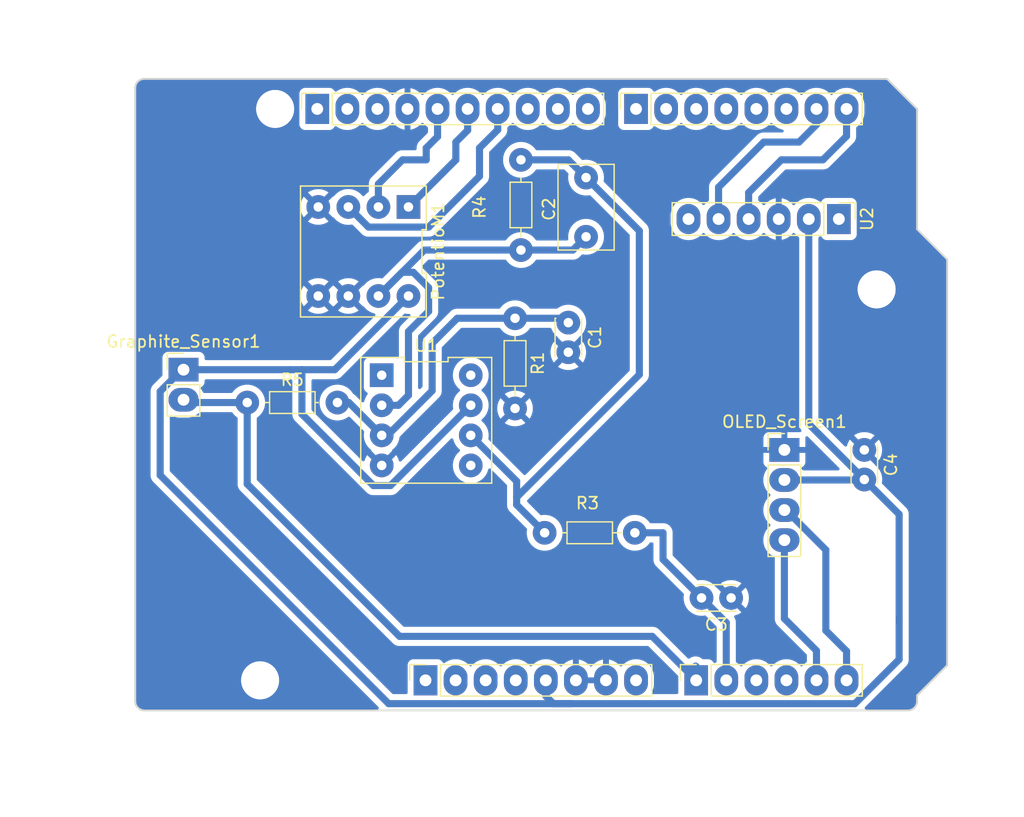
<source format=kicad_pcb>
(kicad_pcb (version 20241229) (generator "pcbnew") (generator_version "9.0")
  (title_block (date "mar. 31 mars 2015"))
  (layers (0 "F.Cu" signal) (2 "B.Cu" signal) (13 "F.Paste" user) (15 "B.Paste" user) (5 "F.SilkS" user "F.Silkscreen") (7 "B.SilkS" user "B.Silkscreen") (1 "F.Mask" user) (3 "B.Mask" user) (25 "Edge.Cuts" user))
  (net 0 "")
  (net 1 "GND")
  (net 3 "+5V")
  (net 4 "/IOREF")
  (net 5 "Net-(U1-+)")
  (net 6 "R2")
  (net 7 "/A2")
  (net 8 "/A3")
  (net 9 "Flex_Out")
  (net 10 "BluetoothInput")
  (net 11 "SCL")
  (net 12 "D11")
  (net 13 "/AREF")
  (net 14 "/8")
  (net 15 "/7")
  (net 16 "D13")
  (net 17 "BluetoothOutput")
  (net 18 "SDA")
  (net 19 "/4")
  (net 20 "/2")
  (net 21 "/*6")
  (net 22 "/*5")
  (net 23 "D12")
  (net 24 "/*3")
  (net 25 "+3V3")
  (net 26 "VCC")
  (net 27 "/~{RESET}")
  (net 28 "Net-(C2-Pad2)")
  (net 29 "AmpliOut")
  (net 30 "/*9")
  (net 36 "/*10")
  (footprint "Connector_PinSocket_2.54mm:PinSocket_1x08_P2.54mm_Vertical" (layer "F.Cu") (at 127.94 97.46 90)
    (property "Reference" "J1" (hide yes))
    (property "Value" "Power")
    (fp_line (start 1.33 -1.33) (end 1.33 0) (stroke (width 0.12)) (layer "F.SilkS"))
    (fp_line (start 0 -1.33) (end 1.33 -1.33) (stroke (width 0.12)) (layer "F.SilkS"))
    (fp_line (start 1.33 1.27) (end 1.33 19.11) (stroke (width 0.12)) (layer "F.SilkS"))
    (fp_line (start -1.33 1.27) (end 1.33 1.27) (stroke (width 0.12)) (layer "F.SilkS"))
    (fp_line (start -1.33 1.27) (end -1.33 19.11) (stroke (width 0.12)) (layer "F.SilkS"))
    (fp_line (start -1.33 19.11) (end 1.33 19.11) (stroke (width 0.12)) (layer "F.SilkS"))
    (pad "1" thru_hole rect (at 0 0 90) (size 2.54 2) (drill 1) (layers "*.Cu" "*.Mask"))
    (pad "2" thru_hole oval (at 0 2.54 90) (size 2.54 2) (drill 1) (layers "*.Cu" "*.Mask") (net 4 "/IOREF"))
    (pad "3" thru_hole oval (at 0 5.08 90) (size 2.54 2) (drill 1) (layers "*.Cu" "*.Mask") (net 27 "/~{RESET}"))
    (pad "4" thru_hole oval (at 0 7.62 90) (size 2.54 2) (drill 1) (layers "*.Cu" "*.Mask") (net 25 "+3V3"))
    (pad "5" thru_hole oval (at 0 10.16 90) (size 2.54 2) (drill 1) (layers "*.Cu" "*.Mask") (net 3 "+5V"))
    (pad "6" thru_hole oval (at 0 12.7 90) (size 2.54 2) (drill 1) (layers "*.Cu" "*.Mask") (net 1 "GND"))
    (pad "7" thru_hole oval (at 0 15.24 90) (size 2.54 2) (drill 1) (layers "*.Cu" "*.Mask") (net 1 "GND"))
    (pad "8" thru_hole oval (at 0 17.78 90) (size 2.54 2) (drill 1) (layers "*.Cu" "*.Mask") (net 26 "VCC"))
  )
  (footprint "Connector_PinSocket_2.54mm:PinSocket_1x06_P2.54mm_Vertical" (layer "F.Cu") (at 150.8 97.46 90)
    (property "Reference" "J3" (hide yes))
    (property "Value" "Analog")
    (fp_line (start 1.33 -1.33) (end 1.33 0) (stroke (width 0.12)) (layer "F.SilkS"))
    (fp_line (start 0 -1.33) (end 1.33 -1.33) (stroke (width 0.12)) (layer "F.SilkS"))
    (fp_line (start 1.33 1.27) (end 1.33 14.03) (stroke (width 0.12)) (layer "F.SilkS"))
    (fp_line (start -1.33 1.27) (end 1.33 1.27) (stroke (width 0.12)) (layer "F.SilkS"))
    (fp_line (start -1.33 1.27) (end -1.33 14.03) (stroke (width 0.12)) (layer "F.SilkS"))
    (fp_line (start -1.33 14.03) (end 1.33 14.03) (stroke (width 0.12)) (layer "F.SilkS"))
    (pad "1" thru_hole rect (at 0 0 90) (size 2.54 2) (drill 1) (layers "*.Cu" "*.Mask") (net 9 "Flex_Out"))
    (pad "2" thru_hole oval (at 0 2.54 90) (size 2.54 2) (drill 1) (layers "*.Cu" "*.Mask") (net 29 "AmpliOut"))
    (pad "3" thru_hole oval (at 0 5.08 90) (size 2.54 2) (drill 1) (layers "*.Cu" "*.Mask") (net 7 "/A2"))
    (pad "4" thru_hole oval (at 0 7.62 90) (size 2.54 2) (drill 1) (layers "*.Cu" "*.Mask") (net 8 "/A3"))
    (pad "5" thru_hole oval (at 0 10.16 90) (size 2.54 2) (drill 1) (layers "*.Cu" "*.Mask") (net 18 "SDA"))
    (pad "6" thru_hole oval (at 0 12.7 90) (size 2.54 2) (drill 1) (layers "*.Cu" "*.Mask") (net 11 "SCL"))
  )
  (footprint "Connector_PinSocket_2.54mm:PinSocket_1x10_P2.54mm_Vertical" (layer "F.Cu") (at 118.796 49.2 90)
    (property "Reference" "J2" (hide yes))
    (property "Value" "Digital/PWM")
    (fp_line (start 1.33 -1.33) (end 1.33 0) (stroke (width 0.12)) (layer "F.SilkS"))
    (fp_line (start 0 -1.33) (end 1.33 -1.33) (stroke (width 0.12)) (layer "F.SilkS"))
    (fp_line (start 1.33 1.27) (end 1.33 24.19) (stroke (width 0.12)) (layer "F.SilkS"))
    (fp_line (start -1.33 1.27) (end 1.33 1.27) (stroke (width 0.12)) (layer "F.SilkS"))
    (fp_line (start -1.33 1.27) (end -1.33 24.19) (stroke (width 0.12)) (layer "F.SilkS"))
    (fp_line (start -1.33 24.19) (end 1.33 24.19) (stroke (width 0.12)) (layer "F.SilkS"))
    (pad "1" thru_hole rect (at 0 0 90) (size 2.54 2) (drill 1) (layers "*.Cu" "*.Mask") (net 11 "SCL"))
    (pad "2" thru_hole oval (at 0 2.54 90) (size 2.54 2) (drill 1) (layers "*.Cu" "*.Mask") (net 18 "SDA"))
    (pad "3" thru_hole oval (at 0 5.08 90) (size 2.54 2) (drill 1) (layers "*.Cu" "*.Mask") (net 13 "/AREF"))
    (pad "4" thru_hole oval (at 0 7.62 90) (size 2.54 2) (drill 1) (layers "*.Cu" "*.Mask") (net 1 "GND"))
    (pad "5" thru_hole oval (at 0 10.16 90) (size 2.54 2) (drill 1) (layers "*.Cu" "*.Mask") (net 16 "D13"))
    (pad "6" thru_hole oval (at 0 12.7 90) (size 2.54 2) (drill 1) (layers "*.Cu" "*.Mask") (net 23 "D12"))
    (pad "7" thru_hole oval (at 0 15.24 90) (size 2.54 2) (drill 1) (layers "*.Cu" "*.Mask") (net 12 "D11"))
    (pad "8" thru_hole oval (at 0 17.78 90) (size 2.54 2) (drill 1) (layers "*.Cu" "*.Mask") (net 36 "/*10"))
    (pad "9" thru_hole oval (at 0 20.32 90) (size 2.54 2) (drill 1) (layers "*.Cu" "*.Mask") (net 30 "/*9"))
    (pad "10" thru_hole oval (at 0 22.86 90) (size 2.54 2) (drill 1) (layers "*.Cu" "*.Mask") (net 14 "/8"))
  )
  (footprint "Connector_PinSocket_2.54mm:PinSocket_1x08_P2.54mm_Vertical" (layer "F.Cu") (at 145.72 49.2 90)
    (property "Reference" "J4" (hide yes))
    (property "Value" "Digital/PWM")
    (fp_line (start 1.33 -1.33) (end 1.33 0) (stroke (width 0.12)) (layer "F.SilkS"))
    (fp_line (start 0 -1.33) (end 1.33 -1.33) (stroke (width 0.12)) (layer "F.SilkS"))
    (fp_line (start 1.33 1.27) (end 1.33 19.11) (stroke (width 0.12)) (layer "F.SilkS"))
    (fp_line (start -1.33 1.27) (end 1.33 1.27) (stroke (width 0.12)) (layer "F.SilkS"))
    (fp_line (start -1.33 1.27) (end -1.33 19.11) (stroke (width 0.12)) (layer "F.SilkS"))
    (fp_line (start -1.33 19.11) (end 1.33 19.11) (stroke (width 0.12)) (layer "F.SilkS"))
    (pad "1" thru_hole rect (at 0 0 90) (size 2.54 2) (drill 1) (layers "*.Cu" "*.Mask") (net 15 "/7"))
    (pad "2" thru_hole oval (at 0 2.54 90) (size 2.54 2) (drill 1) (layers "*.Cu" "*.Mask") (net 21 "/*6"))
    (pad "3" thru_hole oval (at 0 5.08 90) (size 2.54 2) (drill 1) (layers "*.Cu" "*.Mask") (net 22 "/*5"))
    (pad "4" thru_hole oval (at 0 7.62 90) (size 2.54 2) (drill 1) (layers "*.Cu" "*.Mask") (net 19 "/4"))
    (pad "5" thru_hole oval (at 0 10.16 90) (size 2.54 2) (drill 1) (layers "*.Cu" "*.Mask") (net 24 "/*3"))
    (pad "6" thru_hole oval (at 0 12.7 90) (size 2.54 2) (drill 1) (layers "*.Cu" "*.Mask") (net 20 "/2"))
    (pad "7" thru_hole oval (at 0 15.24 90) (size 2.54 2) (drill 1) (layers "*.Cu" "*.Mask") (net 10 "BluetoothInput"))
    (pad "8" thru_hole oval (at 0 17.78 90) (size 2.54 2) (drill 1) (layers "*.Cu" "*.Mask") (net 17 "BluetoothOutput"))
  )
  (footprint "Capacitor_THT:C_Disc_D3.0mm_W2.0mm_P2.50mm" (layer "F.Cu") (at 153.75 90.5 180)
    (property "Reference" "C3" (at 1.25 -2.25 0) (layer "F.SilkS"))
    (property "Value" "100n")
    (fp_line (start 2.87 1.055) (end 2.87 1.12) (stroke (width 0.12)) (layer "F.SilkS"))
    (fp_line (start 2.87 -1.12) (end 2.87 -1.055) (stroke (width 0.12)) (layer "F.SilkS"))
    (fp_line (start -0.37 1.12) (end 2.87 1.12) (stroke (width 0.12)) (layer "F.SilkS"))
    (fp_line (start -0.37 1.055) (end -0.37 1.12) (stroke (width 0.12)) (layer "F.SilkS"))
    (fp_line (start -0.37 -1.12) (end 2.87 -1.12) (stroke (width 0.12)) (layer "F.SilkS"))
    (fp_line (start -0.37 -1.12) (end -0.37 -1.055) (stroke (width 0.12)) (layer "F.SilkS"))
    (pad "1" thru_hole circle (at 0 0 180) (size 2 2) (drill 0.8) (layers "*.Cu" "*.Mask") (net 1 "GND"))
    (pad "2" thru_hole circle (at 2.5 0 180) (size 2 2) (drill 0.8) (layers "*.Cu" "*.Mask") (net 29 "AmpliOut"))
  )
  (footprint "Resistor_THT:R_Axial_DIN0204_L3.6mm_D1.6mm_P7.62mm_Horizontal" (layer "F.Cu") (at 135.5 66.88 -90)
    (property "Reference" "R1" (at 3.81 -1.92 90) (layer "F.SilkS"))
    (property "Value" "100k")
    (fp_line (start 1.89 0.92) (end 5.73 0.92) (stroke (width 0.12)) (layer "F.SilkS"))
    (fp_line (start 5.73 0.92) (end 5.73 -0.92) (stroke (width 0.12)) (layer "F.SilkS"))
    (fp_line (start 1.5 0) (end 1.89 0) (stroke (width 0.12)) (layer "F.SilkS"))
    (fp_line (start 6.5 0) (end 5.73 0) (stroke (width 0.12)) (layer "F.SilkS"))
    (fp_line (start 1.89 -0.92) (end 1.89 0.92) (stroke (width 0.12)) (layer "F.SilkS"))
    (fp_line (start 5.73 -0.92) (end 1.89 -0.92) (stroke (width 0.12)) (layer "F.SilkS"))
    (pad "1" thru_hole circle (at 0 0 270) (size 2 2) (drill 0.8) (layers "*.Cu" "*.Mask") (net 5 "Net-(U1-+)"))
    (pad "2" thru_hole circle (at 7.62 0 270) (size 2 2) (drill 0.8) (layers "*.Cu" "*.Mask") (net 1 "GND"))
  )
  (footprint "Capteur4A:Sensor" (layer "F.Cu") (at 107.5 71.225)
    (property "Reference" "Graphite_Sensor1" (at 0 -2.38 0) (layer "F.SilkS"))
    (property "Value" "~")
    (fp_line (start -1.38 -1.38) (end 0 -1.38) (stroke (width 0.12)) (layer "F.SilkS"))
    (fp_line (start -1.38 0) (end -1.38 -1.38) (stroke (width 0.12)) (layer "F.SilkS"))
    (fp_line (start -1.38 1.27) (end -1.38 3.92) (stroke (width 0.12)) (layer "F.SilkS"))
    (fp_line (start -1.38 1.27) (end 1.38 1.27) (stroke (width 0.12)) (layer "F.SilkS"))
    (fp_line (start -1.38 3.92) (end 1.38 3.92) (stroke (width 0.12)) (layer "F.SilkS"))
    (fp_line (start 1.38 1.27) (end 1.38 3.92) (stroke (width 0.12)) (layer "F.SilkS"))
    (pad "1" thru_hole rect (at 0 0) (size 2.54 2) (drill 1) (layers "*.Cu" "*.Mask") (net 3 "+5V"))
    (pad "2" thru_hole oval (at 0 2.54) (size 2.54 2) (drill 1) (layers "*.Cu" "*.Mask") (net 9 "Flex_Out"))
  )
  (footprint "Resistor_THT:R_Axial_DIN0204_L3.6mm_D1.6mm_P7.62mm_Horizontal" (layer "F.Cu") (at 138 85)
    (property "Reference" "R3" (at 3.62 -2.5 0) (layer "F.SilkS"))
    (property "Value" "100k")
    (fp_line (start 1.5 0) (end 1.89 0) (stroke (width 0.12)) (layer "F.SilkS"))
    (fp_line (start 1.89 -0.92) (end 1.89 0.92) (stroke (width 0.12)) (layer "F.SilkS"))
    (fp_line (start 1.89 0.92) (end 5.73 0.92) (stroke (width 0.12)) (layer "F.SilkS"))
    (fp_line (start 5.73 -0.92) (end 1.89 -0.92) (stroke (width 0.12)) (layer "F.SilkS"))
    (fp_line (start 5.73 0.92) (end 5.73 -0.92) (stroke (width 0.12)) (layer "F.SilkS"))
    (fp_line (start 6.5 0) (end 5.73 0) (stroke (width 0.12)) (layer "F.SilkS"))
    (pad "1" thru_hole circle (at 0 0) (size 2 2) (drill 0.8) (layers "*.Cu" "*.Mask") (net 28 "Net-(C2-Pad2)"))
    (pad "2" thru_hole circle (at 7.62 0) (size 2 2) (drill 0.8) (layers "*.Cu" "*.Mask") (net 29 "AmpliOut"))
  )
  (footprint "Capteur4A:HCO5" (layer "F.Cu") (at 162.85 58.5 -90)
    (property "Reference" "U2" (at 0 -2.38 90) (layer "F.SilkS"))
    (property "Value" "HC05")
    (fp_line (start -1.38 14.08) (end 1.38 14.08) (stroke (width 0.12)) (layer "F.SilkS"))
    (fp_line (start -1.38 1.27) (end -1.38 14.08) (stroke (width 0.12)) (layer "F.SilkS"))
    (fp_line (start -1.38 1.27) (end 1.38 1.27) (stroke (width 0.12)) (layer "F.SilkS"))
    (fp_line (start 1.38 1.27) (end 1.38 14.08) (stroke (width 0.12)) (layer "F.SilkS"))
    (fp_line (start -1.38 0) (end -1.38 -1.38) (stroke (width 0.12)) (layer "F.SilkS"))
    (fp_line (start -1.38 -1.38) (end 0 -1.38) (stroke (width 0.12)) (layer "F.SilkS"))
    (pad "EN" thru_hole rect (at 0 0 270) (size 2.54 2) (drill 1) (layers "*.Cu" "*.Mask"))
    (pad "GND" thru_hole oval (at 0 5.08 270) (size 2.54 2) (drill 1) (layers "*.Cu" "*.Mask") (net 1 "GND"))
    (pad "RXD" thru_hole oval (at 0 10.16 270) (size 2.54 2) (drill 1) (layers "*.Cu" "*.Mask") (net 10 "BluetoothInput"))
    (pad "STATE" thru_hole oval (at 0 12.7 270) (size 2.54 2) (drill 1) (layers "*.Cu" "*.Mask"))
    (pad "TXD" thru_hole oval (at 0 7.62 270) (size 2.54 2) (drill 1) (layers "*.Cu" "*.Mask") (net 17 "BluetoothOutput"))
    (pad "VCC" thru_hole oval (at 0 2.54 270) (size 2.54 2) (drill 1) (layers "*.Cu" "*.Mask") (net 3 "+5V"))
  )
  (footprint "Arduino_MountingHole:MountingHole_3.2mm" (layer "F.Cu") (at 115.24 49.2)
    (property "Reference" "MH1" (hide yes))
    (property "Value" "MountingHole_3.2mm" (hide yes))
    (pad "" np_thru_hole circle (at 0 0) (size 3.2 3.2) (drill 3.2) (layers "*.Cu" "*.Mask"))
  )
  (footprint "Capteur4A:MCP41050" (layer "F.Cu") (at 122.69 61.24 180)
    (property "Reference" "PotentioM1" (at -6.31 0 90) (layer "F.SilkS"))
    (property "Value" "MCP41050-I_SN")
    (fp_line (start 5.31 5.53) (end 5.31 -5.53) (stroke (width 0.12)) (layer "F.SilkS"))
    (fp_line (start 5.31 -5.53) (end -5.31 -5.53) (stroke (width 0.12)) (layer "F.SilkS"))
    (fp_line (start -4.95 1.843333) (end -5.31 1.843333) (stroke (width 0.12)) (layer "F.SilkS"))
    (fp_line (start -4.95 -1.843333) (end -4.95 1.843333) (stroke (width 0.12)) (layer "F.SilkS"))
    (fp_line (start -5.31 5.53) (end 5.31 5.53) (stroke (width 0.12)) (layer "F.SilkS"))
    (fp_line (start -5.31 1.843333) (end -5.31 5.53) (stroke (width 0.12)) (layer "F.SilkS"))
    (fp_line (start -5.31 -1.843333) (end -4.95 -1.843333) (stroke (width 0.12)) (layer "F.SilkS"))
    (fp_line (start -5.31 -5.53) (end -5.31 -1.843333) (stroke (width 0.12)) (layer "F.SilkS"))
    (pad "1" thru_hole rect (at -3.81 3.76 180) (size 2 2) (drill 0.8) (layers "*.Cu" "*.Mask") (net 23 "D12"))
    (pad "2" thru_hole circle (at -1.27 3.76 180) (size 2 2) (drill 0.8) (layers "*.Cu" "*.Mask") (net 16 "D13"))
    (pad "3" thru_hole circle (at 1.27 3.76 180) (size 2 2) (drill 0.8) (layers "*.Cu" "*.Mask") (net 12 "D11"))
    (pad "4" thru_hole circle (at 3.81 3.76 180) (size 2 2) (drill 0.8) (layers "*.Cu" "*.Mask") (net 1 "GND"))
    (pad "5" thru_hole circle (at 3.81 -3.76 180) (size 2 2) (drill 0.8) (layers "*.Cu" "*.Mask") (net 1 "GND"))
    (pad "6" thru_hole circle (at 1.27 -3.76 180) (size 2 2) (drill 0.8) (layers "*.Cu" "*.Mask") (net 1 "GND"))
    (pad "7" thru_hole circle (at -1.27 -3.76 180) (size 2 2) (drill 0.8) (layers "*.Cu" "*.Mask") (net 6 "R2"))
    (pad "8" thru_hole circle (at -3.81 -3.76 180) (size 2 2) (drill 0.8) (layers "*.Cu" "*.Mask") (net 3 "+5V"))
  )
  (footprint "Capacitor_THT:C_Rect_L7.0mm_W4.5mm_P5.00mm" (layer "F.Cu") (at 141.5 60 90)
    (property "Reference" "C2" (at 2.333334 -3.14042 90) (layer "F.SilkS"))
    (property "Value" "1µ")
    (fp_line (start 6.12 -2.37) (end 6.12 2.37) (stroke (width 0.12)) (layer "F.SilkS"))
    (fp_line (start -1.12 -2.37) (end 6.12 -2.37) (stroke (width 0.12)) (layer "F.SilkS"))
    (fp_line (start -1.12 -2.37) (end -1.12 2.37) (stroke (width 0.12)) (layer "F.SilkS"))
    (fp_line (start -1.12 2.37) (end 6.12 2.37) (stroke (width 0.12)) (layer "F.SilkS"))
    (pad "1" thru_hole circle (at 0 0 90) (size 2 2) (drill 0.8) (layers "*.Cu" "*.Mask") (net 6 "R2"))
    (pad "2" thru_hole circle (at 5 0 90) (size 2 2) (drill 0.8) (layers "*.Cu" "*.Mask") (net 28 "Net-(C2-Pad2)"))
  )
  (footprint "Capteur4A:LTC1050" (layer "F.Cu") (at 128 75.5 -90)
    (property "Reference" "U1" (at -6.31 0 0) (layer "F.SilkS"))
    (property "Value" "LTC1050")
    (fp_line (start -5.31 5.53) (end 5.31 5.53) (stroke (width 0.12)) (layer "F.SilkS"))
    (fp_line (start 5.31 5.53) (end 5.31 -5.53) (stroke (width 0.12)) (layer "F.SilkS"))
    (fp_line (start -5.31 1.843333) (end -5.31 5.53) (stroke (width 0.12)) (layer "F.SilkS"))
    (fp_line (start -4.95 1.843333) (end -5.31 1.843333) (stroke (width 0.12)) (layer "F.SilkS"))
    (fp_line (start -5.31 -1.843333) (end -4.95 -1.843333) (stroke (width 0.12)) (layer "F.SilkS"))
    (fp_line (start -4.95 -1.843333) (end -4.95 1.843333) (stroke (width 0.12)) (layer "F.SilkS"))
    (fp_line (start -5.31 -5.53) (end -5.31 -1.843333) (stroke (width 0.12)) (layer "F.SilkS"))
    (fp_line (start 5.31 -5.53) (end -5.31 -5.53) (stroke (width 0.12)) (layer "F.SilkS"))
    (pad "1" thru_hole rect (at -3.81 3.76 270) (size 2 2) (drill 0.8) (layers "*.Cu" "*.Mask"))
    (pad "2" thru_hole circle (at -1.27 3.76 270) (size 2 2) (drill 0.8) (layers "*.Cu" "*.Mask") (net 6 "R2"))
    (pad "3" thru_hole circle (at 1.27 3.76 270) (size 2 2) (drill 0.8) (layers "*.Cu" "*.Mask") (net 5 "Net-(U1-+)"))
    (pad "4" thru_hole circle (at 3.81 3.76 270) (size 2 2) (drill 0.8) (layers "*.Cu" "*.Mask") (net 1 "GND"))
    (pad "5" thru_hole circle (at 3.81 -3.76 270) (size 2 2) (drill 0.8) (layers "*.Cu" "*.Mask"))
    (pad "6" thru_hole circle (at 1.27 -3.76 270) (size 2 2) (drill 0.8) (layers "*.Cu" "*.Mask") (net 28 "Net-(C2-Pad2)"))
    (pad "7" thru_hole circle (at -1.27 -3.76 270) (size 2 2) (drill 0.8) (layers "*.Cu" "*.Mask") (net 3 "+5V"))
    (pad "8" thru_hole circle (at -3.81 -3.76 270) (size 2 2) (drill 0.8) (layers "*.Cu" "*.Mask"))
  )
  (footprint "Capacitor_THT:C_Disc_D3.0mm_W2.0mm_P2.50mm" (layer "F.Cu") (at 140 67.25 -90)
    (property "Reference" "C1" (at 1.25 -2.25 90) (layer "F.SilkS"))
    (property "Value" "100n")
    (fp_line (start -0.37 1.12) (end 2.87 1.12) (stroke (width 0.12)) (layer "F.SilkS"))
    (fp_line (start -0.37 1.055) (end -0.37 1.12) (stroke (width 0.12)) (layer "F.SilkS"))
    (fp_line (start 2.87 1.055) (end 2.87 1.12) (stroke (width 0.12)) (layer "F.SilkS"))
    (fp_line (start -0.37 -1.12) (end -0.37 -1.055) (stroke (width 0.12)) (layer "F.SilkS"))
    (fp_line (start -0.37 -1.12) (end 2.87 -1.12) (stroke (width 0.12)) (layer "F.SilkS"))
    (fp_line (start 2.87 -1.12) (end 2.87 -1.055) (stroke (width 0.12)) (layer "F.SilkS"))
    (pad "1" thru_hole circle (at 0 0 270) (size 2 2) (drill 0.8) (layers "*.Cu" "*.Mask") (net 5 "Net-(U1-+)"))
    (pad "2" thru_hole circle (at 2.5 0 270) (size 2 2) (drill 0.8) (layers "*.Cu" "*.Mask") (net 1 "GND"))
  )
  (footprint "Resistor_THT:R_Axial_DIN0204_L3.6mm_D1.6mm_P7.62mm_Horizontal" (layer "F.Cu") (at 136 53.5 -90)
    (property "Reference" "R4" (at 4 3.5 90) (layer "F.SilkS"))
    (property "Value" "100k")
    (fp_line (start 1.89 0.92) (end 5.73 0.92) (stroke (width 0.12)) (layer "F.SilkS"))
    (fp_line (start 5.73 0.92) (end 5.73 -0.92) (stroke (width 0.12)) (layer "F.SilkS"))
    (fp_line (start 1.5 0) (end 1.89 0) (stroke (width 0.12)) (layer "F.SilkS"))
    (fp_line (start 6.5 0) (end 5.73 0) (stroke (width 0.12)) (layer "F.SilkS"))
    (fp_line (start 1.89 -0.92) (end 1.89 0.92) (stroke (width 0.12)) (layer "F.SilkS"))
    (fp_line (start 5.73 -0.92) (end 1.89 -0.92) (stroke (width 0.12)) (layer "F.SilkS"))
    (pad "1" thru_hole circle (at 0 0 270) (size 2 2) (drill 0.8) (layers "*.Cu" "*.Mask") (net 28 "Net-(C2-Pad2)"))
    (pad "2" thru_hole circle (at 7.62 0 270) (size 2 2) (drill 0.8) (layers "*.Cu" "*.Mask") (net 6 "R2"))
  )
  (footprint "Capteur4A:OLED" (layer "F.Cu") (at 158.25 78)
    (property "Reference" "OLED_Screen1" (at 0 -2.38 0) (layer "F.SilkS"))
    (property "Value" "~")
    (fp_line (start -1.38 -1.38) (end 0 -1.38) (stroke (width 0.12)) (layer "F.SilkS"))
    (fp_line (start -1.38 0) (end -1.38 -1.38) (stroke (width 0.12)) (layer "F.SilkS"))
    (fp_line (start -1.38 1.27) (end -1.38 9) (stroke (width 0.12)) (layer "F.SilkS"))
    (fp_line (start -1.38 1.27) (end 1.38 1.27) (stroke (width 0.12)) (layer "F.SilkS"))
    (fp_line (start -1.38 9) (end 1.38 9) (stroke (width 0.12)) (layer "F.SilkS"))
    (fp_line (start 1.38 1.27) (end 1.38 9) (stroke (width 0.12)) (layer "F.SilkS"))
    (pad "1" thru_hole rect (at 0 0) (size 2.54 2) (drill 1) (layers "*.Cu" "*.Mask") (net 1 "GND"))
    (pad "2" thru_hole oval (at 0 2.54) (size 2.54 2) (drill 1) (layers "*.Cu" "*.Mask") (net 3 "+5V"))
    (pad "3" thru_hole oval (at 0 5.08) (size 2.54 2) (drill 1) (layers "*.Cu" "*.Mask") (net 11 "SCL"))
    (pad "4" thru_hole oval (at 0 7.62) (size 2.54 2) (drill 1) (layers "*.Cu" "*.Mask") (net 18 "SDA"))
  )
  (footprint "Resistor_THT:R_Axial_DIN0204_L3.6mm_D1.6mm_P7.62mm_Horizontal" (layer "F.Cu") (at 112.88 74)
    (property "Reference" "R5" (at 3.81 -1.92 0) (layer "F.SilkS"))
    (property "Value" "10k")
    (fp_line (start 1.5 0) (end 1.89 0) (stroke (width 0.12)) (layer "F.SilkS"))
    (fp_line (start 1.89 -0.92) (end 1.89 0.92) (stroke (width 0.12)) (layer "F.SilkS"))
    (fp_line (start 1.89 0.92) (end 5.73 0.92) (stroke (width 0.12)) (layer "F.SilkS"))
    (fp_line (start 5.73 -0.92) (end 1.89 -0.92) (stroke (width 0.12)) (layer "F.SilkS"))
    (fp_line (start 5.73 0.92) (end 5.73 -0.92) (stroke (width 0.12)) (layer "F.SilkS"))
    (fp_line (start 6 0) (end 5.73 0) (stroke (width 0.12)) (layer "F.SilkS"))
    (pad "1" thru_hole circle (at 0 0) (size 2 2) (drill 0.8) (layers "*.Cu" "*.Mask") (net 9 "Flex_Out"))
    (pad "2" thru_hole circle (at 7.62 0) (size 2 2) (drill 0.8) (layers "*.Cu" "*.Mask") (net 5 "Net-(U1-+)"))
  )
  (footprint "Arduino_MountingHole:MountingHole_3.2mm" (layer "F.Cu") (at 113.97 97.46)
    (property "Reference" "MH2" (hide yes))
    (property "Value" "MountingHole_3.2mm" (hide yes))
    (pad "" np_thru_hole circle (at 0 0) (size 3.2 3.2) (drill 3.2) (layers "*.Cu" "*.Mask"))
  )
  (footprint "Arduino_MountingHole:MountingHole_3.2mm" (layer "F.Cu") (at 166.04 64.44)
    (property "Reference" "MH3" (hide yes))
    (property "Value" "MountingHole_3.2mm" (hide yes))
    (pad "" np_thru_hole circle (at 0 0) (size 3.2 3.2) (drill 3.2) (layers "*.Cu" "*.Mask"))
  )
  (footprint "Capacitor_THT:C_Disc_D3.0mm_W2.0mm_P2.50mm" (layer "F.Cu") (at 165 78 -90)
    (property "Reference" "C4" (at 1.25 -2.25 90) (layer "F.SilkS"))
    (property "Value" "100n")
    (fp_line (start -0.37 1.12) (end 2.87 1.12) (stroke (width 0.12)) (layer "F.SilkS"))
    (fp_line (start -0.37 1.055) (end -0.37 1.12) (stroke (width 0.12)) (layer "F.SilkS"))
    (fp_line (start 2.87 1.055) (end 2.87 1.12) (stroke (width 0.12)) (layer "F.SilkS"))
    (fp_line (start -0.37 -1.12) (end -0.37 -1.055) (stroke (width 0.12)) (layer "F.SilkS"))
    (fp_line (start -0.37 -1.12) (end 2.87 -1.12) (stroke (width 0.12)) (layer "F.SilkS"))
    (fp_line (start 2.87 -1.12) (end 2.87 -1.055) (stroke (width 0.12)) (layer "F.SilkS"))
    (pad "1" thru_hole circle (at 0 0 270) (size 2 2) (drill 0.8) (layers "*.Cu" "*.Mask") (net 1 "GND"))
    (pad "2" thru_hole circle (at 2.5 0 270) (size 2 2) (drill 0.8) (layers "*.Cu" "*.Mask") (net 3 "+5V"))
  )
  (footprint "Arduino_MountingHole:MountingHole_3.2mm" (layer "F.Cu") (at 166.04 92.38)
    (property "Reference" "MH4" (hide yes))
    (property "Value" "MountingHole_3.2mm" (hide yes))
    (pad "" np_thru_hole circle (at 0 0) (size 3.2 3.2) (drill 3.2) (layers "*.Cu" "*.Mask"))
  )
  (gr_line (start 169.46 59.36) (end 172 61.9) (stroke (width 0.15)) (layer "Edge.Cuts"))
  (gr_line (start 103.42 99.238) (end 103.42 47.422) (stroke (width 0.15)) (layer "Edge.Cuts"))
  (gr_line (start 172 61.9) (end 172 96.19) (stroke (width 0.15)) (layer "Edge.Cuts"))
  (gr_line (start 168.698 100) (end 104.182 100) (stroke (width 0.15)) (layer "Edge.Cuts"))
  (gr_line (start 104.182 46.66) (end 166.92 46.66) (stroke (width 0.15)) (layer "Edge.Cuts"))
  (gr_arc (start 104.182 100) (mid 103.643185 99.776815) (end 103.42 99.238) (stroke (width 0.15)) (layer "Edge.Cuts"))
  (gr_line (start 172 96.19) (end 169.46 98.73) (stroke (width 0.15)) (layer "Edge.Cuts"))
  (gr_line (start 166.92 46.66) (end 169.46 49.2) (stroke (width 0.15)) (layer "Edge.Cuts"))
  (gr_arc (start 169.46 99.238) (mid 169.236815 99.776815) (end 168.698 100) (stroke (width 0.15)) (layer "Edge.Cuts"))
  (gr_line (start 169.46 49.2) (end 169.46 59.36) (stroke (width 0.15)) (layer "Edge.Cuts"))
  (gr_line (start 169.46 98.73) (end 169.46 99.238) (stroke (width 0.15)) (layer "Edge.Cuts"))
  (gr_arc (start 103.42 47.422) (mid 103.643185 46.883185) (end 104.182 46.66) (stroke (width 0.15)) (layer "Edge.Cuts"))
  (segment (start 105.529 80.136628) (end 124.823372 99.431) (width 0.6) (layer "B.Cu") (net 3))
  (segment (start 167.941 83.441) (end 165 80.5) (width 0.6) (layer "B.Cu") (net 3))
  (segment (start 120.275 71.225) (end 126.5 65) (width 0.6) (layer "B.Cu") (net 3))
  (segment (start 138.741 99.431) (end 140.25 99.431) (width 0.6) (layer "B.Cu") (net 3))
  (segment (start 124.823372 99.431) (end 140.25 99.431) (width 0.6) (layer "B.Cu") (net 3))
  (segment (start 107.5 71.225) (end 107.364423 71.225) (width 0.6) (layer "B.Cu") (net 3))
  (segment (start 160.31 75.81) (end 165 80.5) (width 0.6) (layer "B.Cu") (net 3))
  (segment (start 107.5 71.225) (end 116.5 71.225) (width 0.6) (layer "B.Cu") (net 3))
  (segment (start 140.25 99.431) (end 164.204577 99.431) (width 0.6) (layer "B.Cu") (net 3))
  (segment (start 117.5 71.225) (end 120.275 71.225) (width 0.6) (layer "B.Cu") (net 3))
  (segment (start 138.1 97.46) (end 138.1 98.79) (width 0.6) (layer "B.Cu") (net 3))
  (segment (start 117.5 74.975578) (end 117.5 71.225) (width 0.6) (layer "B.Cu") (net 3))
  (segment (start 116.5 71.225) (end 117.5 71.225) (width 0.6) (layer "B.Cu") (net 3))
  (segment (start 107.364423 71.225) (end 105.529 73.060423) (width 0.6) (layer "B.Cu") (net 3))
  (segment (start 138.1 98.79) (end 138.741 99.431) (width 0.6) (layer "B.Cu") (net 3))
  (segment (start 124.979 81.011) (end 123.535422 81.011) (width 0.6) (layer "B.Cu") (net 3))
  (segment (start 105.529 73.060423) (end 105.529 80.136628) (width 0.6) (layer "B.Cu") (net 3))
  (segment (start 160.31 58.5) (end 160.31 75.81) (width 0.6) (layer "B.Cu") (net 3))
  (segment (start 123.535422 81.011) (end 117.5 74.975578) (width 0.6) (layer "B.Cu") (net 3))
  (segment (start 164.96 80.54) (end 165 80.5) (width 0.6) (layer "B.Cu") (net 3))
  (segment (start 158.25 80.54) (end 164.96 80.54) (width 0.6) (layer "B.Cu") (net 3))
  (segment (start 164.204577 99.431) (end 167.941 95.694577) (width 0.6) (layer "B.Cu") (net 3))
  (segment (start 167.941 95.694577) (end 167.941 83.441) (width 0.6) (layer "B.Cu") (net 3))
  (segment (start 131.76 74.23) (end 124.979 81.011) (width 0.6) (layer "B.Cu") (net 3))
  (segment (start 135.5 66.88) (end 130.62 66.88) (width 0.6) (layer "B.Cu") (net 5))
  (segment (start 139.63 66.88) (end 140 67.25) (width 0.6) (layer "B.Cu") (net 5))
  (segment (start 128.5 73) (end 124.73 76.77) (width 0.6) (layer "B.Cu") (net 5))
  (segment (start 124.73 76.77) (end 124.24 76.77) (width 0.6) (layer "B.Cu") (net 5))
  (segment (start 121.47 74) (end 124.24 76.77) (width 0.6) (layer "B.Cu") (net 5))
  (segment (start 128.5 69) (end 128.5 73) (width 0.6) (layer "B.Cu") (net 5))
  (segment (start 135.5 66.88) (end 139.63 66.88) (width 0.6) (layer "B.Cu") (net 5))
  (segment (start 120.5 74) (end 121.47 74) (width 0.6) (layer "B.Cu") (net 5))
  (segment (start 130.62 66.88) (end 128.5 69) (width 0.6) (layer "B.Cu") (net 5))
  (segment (start 128.201 66.299) (end 128.201 64.295422) (width 0.6) (layer "B.Cu") (net 6))
  (segment (start 136 61.12) (end 140.38 61.12) (width 0.6) (layer "B.Cu") (net 6))
  (segment (start 125.654213 74.23) (end 126.5 73.384213) (width 0.6) (layer "B.Cu") (net 6))
  (segment (start 125.96 63) (end 123.96 65) (width 0.6) (layer "B.Cu") (net 6))
  (segment (start 140.38 61.12) (end 141.5 60) (width 0.6) (layer "B.Cu") (net 6))
  (segment (start 124.24 74.23) (end 125.654213 74.23) (width 0.6) (layer "B.Cu") (net 6))
  (segment (start 128.201 64.295422) (end 126.905578 63) (width 0.6) (layer "B.Cu") (net 6))
  (segment (start 126.905578 63) (end 125.96 63) (width 0.6) (layer "B.Cu") (net 6))
  (segment (start 126.5 73.384213) (end 126.5 68) (width 0.6) (layer "B.Cu") (net 6))
  (segment (start 126.5 68) (end 128.201 66.299) (width 0.6) (layer "B.Cu") (net 6))
  (segment (start 123.96 65) (end 127.84 61.12) (width 0.6) (layer "B.Cu") (net 6))
  (segment (start 127.84 61.12) (end 136 61.12) (width 0.6) (layer "B.Cu") (net 6))
  (segment (start 125.75 93.75) (end 147.09 93.75) (width 0.6) (layer "B.Cu") (net 9))
  (segment (start 147.09 93.75) (end 150.8 97.46) (width 0.6) (layer "B.Cu") (net 9))
  (segment (start 112.88 74) (end 107.735 74) (width 0.6) (layer "B.Cu") (net 9))
  (segment (start 107.735 74) (end 107.5 73.765) (width 0.6) (layer "B.Cu") (net 9))
  (segment (start 112.88 74) (end 112.88 80.88) (width 0.6) (layer "B.Cu") (net 9))
  (segment (start 150.8 97.46) (end 150.8 96.3) (width 0.6) (layer "B.Cu") (net 9))
  (segment (start 112.88 80.88) (end 125.75 93.75) (width 0.6) (layer "B.Cu") (net 9))
  (segment (start 150.8 96.3) (end 150.75 96.25) (width 0.6) (layer "B.Cu") (net 9))
  (segment (start 159.49 52) (end 160.96 50.53) (width 0.6) (layer "B.Cu") (net 10))
  (segment (start 160.96 50.53) (end 160.96 49.2) (width 0.6) (layer "B.Cu") (net 10))
  (segment (start 156.5 52) (end 159.49 52) (width 0.6) (layer "B.Cu") (net 10))
  (segment (start 152.69 58.5) (end 152.69 55.81) (width 0.6) (layer "B.Cu") (net 10))
  (segment (start 152.69 55.81) (end 156.5 52) (width 0.6) (layer "B.Cu") (net 10))
  (segment (start 163.5 95) (end 163.5 97.46) (width 0.6) (layer "B.Cu") (net 11))
  (segment (start 158.25 83.08) (end 158.385577 83.08) (width 0.6) (layer "B.Cu") (net 11))
  (segment (start 158.385577 83.08) (end 161.75 86.444423) (width 0.6) (layer "B.Cu") (net 11))
  (segment (start 161.75 93.25) (end 163.5 95) (width 0.6) (layer "B.Cu") (net 11))
  (segment (start 158.52 83.08) (end 158.25 83.08) (width 0.6) (layer "B.Cu") (net 11))
  (segment (start 161.75 86.444423) (end 161.75 93.25) (width 0.6) (layer "B.Cu") (net 11))
  (segment (start 132.5 54.882) (end 128.201 59.181) (width 0.6) (layer "B.Cu") (net 12))
  (segment (start 128.201 59.181) (end 123.121 59.181) (width 0.6) (layer "B.Cu") (net 12))
  (segment (start 134.036 49.2) (end 134.036 50.964) (width 0.6) (layer "B.Cu") (net 12))
  (segment (start 132.5 52.5) (end 132.5 54.882) (width 0.6) (layer "B.Cu") (net 12))
  (segment (start 123.121 59.181) (end 121.42 57.48) (width 0.6) (layer "B.Cu") (net 12))
  (segment (start 134.036 50.964) (end 132.5 52.5) (width 0.6) (layer "B.Cu") (net 12))
  (segment (start 123.96 57.48) (end 123.96 55.54) (width 0.6) (layer "B.Cu") (net 16))
  (segment (start 128.956 51.544) (end 128.956 49.2) (width 0.6) (layer "B.Cu") (net 16))
  (segment (start 128 53.5) (end 128 52.5) (width 0.6) (layer "B.Cu") (net 16))
  (segment (start 128 52.5) (end 128.956 51.544) (width 0.6) (layer "B.Cu") (net 16))
  (segment (start 126 53.5) (end 128 53.5) (width 0.6) (layer "B.Cu") (net 16))
  (segment (start 123.96 55.54) (end 126 53.5) (width 0.6) (layer "B.Cu") (net 16))
  (segment (start 161.5 53.5) (end 163.5 51.5) (width 0.6) (layer "B.Cu") (net 17))
  (segment (start 155.23 56.27) (end 158 53.5) (width 0.6) (layer "B.Cu") (net 17))
  (segment (start 158 53.5) (end 161.5 53.5) (width 0.6) (layer "B.Cu") (net 17))
  (segment (start 163.5 51.5) (end 163.5 49.2) (width 0.6) (layer "B.Cu") (net 17))
  (segment (start 155.23 58.5) (end 155.23 56.27) (width 0.6) (layer "B.Cu") (net 17))
  (segment (start 160.96 97.46) (end 160.96 94.96) (width 0.6) (layer "B.Cu") (net 18))
  (segment (start 160.96 94.96) (end 158.25 92.25) (width 0.6) (layer "B.Cu") (net 18))
  (segment (start 158.25 92.25) (end 158.25 85.62) (width 0.6) (layer "B.Cu") (net 18))
  (segment (start 126.52 57.48) (end 130.5 53.5) (width 0.6) (layer "B.Cu") (net 23))
  (segment (start 131.496 49.2) (end 131.496 51.004) (width 0.6) (layer "B.Cu") (net 23))
  (segment (start 126.5 57.48) (end 126.52 57.48) (width 0.6) (layer "B.Cu") (net 23))
  (segment (start 130.5 52) (end 130.5 53.5) (width 0.6) (layer "B.Cu") (net 23))
  (segment (start 131.496 51.004) (end 130.5 52) (width 0.6) (layer "B.Cu") (net 23))
  (segment (start 135.635578 80.645578) (end 135.635578 82) (width 0.6) (layer "B.Cu") (net 28))
  (segment (start 135.635578 82.635578) (end 135.635578 82) (width 0.6) (layer "B.Cu") (net 28))
  (segment (start 146 71.635578) (end 135.635578 82) (width 0.6) (layer "B.Cu") (net 28))
  (segment (start 131.76 76.77) (end 135.635578 80.645578) (width 0.6) (layer "B.Cu") (net 28))
  (segment (start 141.5 55) (end 146 59.5) (width 0.6) (layer "B.Cu") (net 28))
  (segment (start 146 59.5) (end 146 71.635578) (width 0.6) (layer "B.Cu") (net 28))
  (segment (start 138 85) (end 135.635578 82.635578) (width 0.6) (layer "B.Cu") (net 28))
  (segment (start 140 53.5) (end 136 53.5) (width 0.6) (layer "B.Cu") (net 28))
  (segment (start 141.5 55) (end 140 53.5) (width 0.6) (layer "B.Cu") (net 28))
  (segment (start 145.62 85) (end 148 85) (width 0.6) (layer "B.Cu") (net 29))
  (segment (start 153.34 98.339) (end 153.34 97.46) (width 0.6) (layer "B.Cu") (net 29))
  (segment (start 148 87.25) (end 151.25 90.5) (width 0.6) (layer "B.Cu") (net 29))
  (segment (start 148 85) (end 148 87.25) (width 0.6) (layer "B.Cu") (net 29))
  (segment (start 153.34 97.09) (end 153.25 97) (width 0.6) (layer "B.Cu") (net 29))
  (segment (start 153.34 97.46) (end 153.34 92.59) (width 0.6) (layer "B.Cu") (net 29))
  (segment (start 153.34 97.46) (end 153.34 97.09) (width 0.6) (layer "B.Cu") (net 29))
  (segment (start 153.34 92.59) (end 151.25 90.5) (width 0.6) (layer "B.Cu") (net 29))
  (segment (start 136.576 49.335577) (end 136.576 49.2) (width 0.6) (layer "B.Cu") (net 36))
  (segment (start 136.576 49.405628) (end 136.576 49.2) (width 0.6) (layer "B.Cu") (net 36))
  (zone (net 1) (net_name "GND") (layer "B.Cu") (connect_pads (clearance 0.508)) (min_thickness 0.25) (fill yes (thermal_gap 0.5) (thermal_bridge_width 0.5))
    (polygon (pts (xy 92 40) (xy 178 41) (xy 178.5 108) (xy 94 109)))
  )
)
</source>
